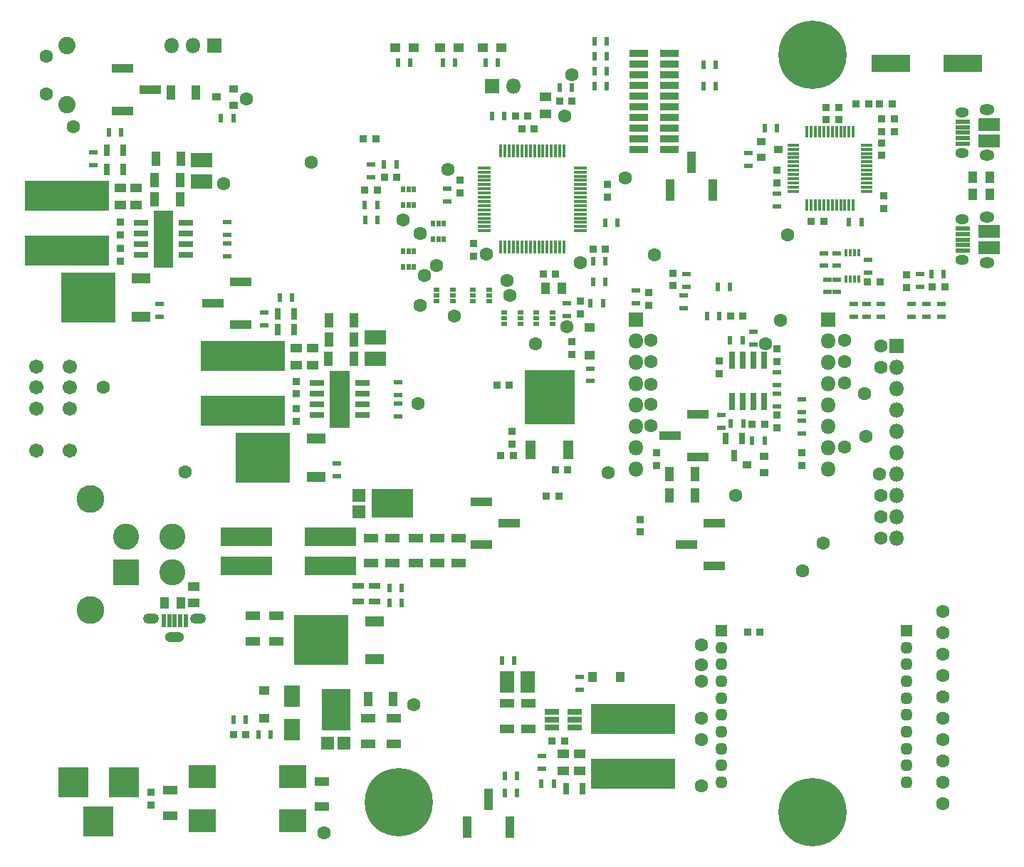
<source format=gbr>
G04 #@! TF.FileFunction,Soldermask,Top*
%FSLAX46Y46*%
G04 Gerber Fmt 4.6, Leading zero omitted, Abs format (unit mm)*
G04 Created by KiCad (PCBNEW 4.0.7) date 12/12/18 15:38:43*
%MOMM*%
%LPD*%
G01*
G04 APERTURE LIST*
%ADD10C,0.100000*%
%ADD11R,0.551600X1.601600*%
%ADD12O,1.901600X1.201600*%
%ADD13O,2.301600X1.201600*%
%ADD14C,1.701600*%
%ADD15C,8.101600*%
%ADD16R,1.001600X0.601600*%
%ADD17R,0.851600X0.901600*%
%ADD18R,1.751600X0.501600*%
%ADD19O,1.601600X1.201600*%
%ADD20O,1.801600X1.301600*%
%ADD21R,2.601600X1.531600*%
%ADD22R,1.701600X1.101600*%
%ADD23R,0.901600X0.851600*%
%ADD24R,1.351600X1.101600*%
%ADD25R,1.101600X1.701600*%
%ADD26R,1.101600X1.351600*%
%ADD27R,1.901600X2.601600*%
%ADD28R,1.301600X1.001600*%
%ADD29R,1.001600X1.301600*%
%ADD30R,4.961600X3.461600*%
%ADD31R,1.501600X1.491600*%
%ADD32R,3.601600X3.601600*%
%ADD33R,3.101600X3.101600*%
%ADD34C,3.101600*%
%ADD35C,3.301600*%
%ADD36R,1.451600X1.451600*%
%ADD37O,1.451600X1.451600*%
%ADD38R,1.801600X1.801600*%
%ADD39O,1.801600X1.801600*%
%ADD40R,2.201600X0.851600*%
%ADD41R,1.801600X2.501600*%
%ADD42R,10.101600X3.601600*%
%ADD43R,2.501600X1.801600*%
%ADD44R,6.101600X2.251600*%
%ADD45R,2.301600X1.301600*%
%ADD46R,6.501600X5.901600*%
%ADD47R,1.001600X1.801600*%
%ADD48R,0.601600X1.001600*%
%ADD49R,0.801600X1.401600*%
%ADD50R,1.401600X0.801600*%
%ADD51R,1.301600X2.301600*%
%ADD52R,5.901600X6.501600*%
%ADD53R,3.461600X4.961600*%
%ADD54R,1.491600X1.501600*%
%ADD55R,0.501600X0.751600*%
%ADD56R,0.751600X0.501600*%
%ADD57R,1.101600X2.611600*%
%ADD58R,2.611600X1.101600*%
%ADD59C,1.601600*%
%ADD60R,3.301600X2.801600*%
%ADD61C,1.599600*%
%ADD62C,2.051600*%
%ADD63R,1.401600X0.351600*%
%ADD64R,0.351600X1.401600*%
%ADD65R,1.574800X0.381000*%
%ADD66R,0.381000X1.574800*%
%ADD67R,4.601600X2.101600*%
%ADD68R,1.661600X0.751600*%
%ADD69R,1.651600X0.701600*%
%ADD70R,1.276600X3.501600*%
%ADD71R,1.001600X0.901600*%
%ADD72R,0.701600X2.101600*%
%ADD73R,0.401600X0.901600*%
%ADD74R,0.740000X1.440000*%
G04 APERTURE END LIST*
D10*
D11*
X19812020Y-72073020D03*
X20462020Y-72073020D03*
X19162020Y-72073020D03*
X21112020Y-72073020D03*
X18512020Y-72073020D03*
D12*
X17012020Y-71823020D03*
X22612020Y-71823020D03*
D13*
X19812020Y-73973020D03*
D14*
X3325000Y-44332600D03*
X3325000Y-41832600D03*
X3325000Y-46832600D03*
X3325000Y-51832600D03*
X7325000Y-41832600D03*
X7325000Y-44332600D03*
X7325000Y-46832600D03*
X7325000Y-51832600D03*
D15*
X95646240Y-4762500D03*
X95646240Y-94853760D03*
D16*
X18034020Y-34429020D03*
X18034020Y-35929020D03*
D17*
X13335020Y-29325020D03*
X13335020Y-27825020D03*
D16*
X26035020Y-24650020D03*
X26035020Y-26150020D03*
X26035020Y-27190020D03*
X26035020Y-28690020D03*
D18*
X113500000Y-28050000D03*
X113500000Y-27400000D03*
X113500000Y-26750000D03*
X113500000Y-26100000D03*
X113500000Y-25450000D03*
D19*
X113380000Y-29170000D03*
X113380000Y-24330000D03*
D20*
X116380000Y-29480000D03*
X116380000Y-24020000D03*
D21*
X116620000Y-27710000D03*
X116620000Y-25790000D03*
D17*
X17018020Y-93968020D03*
X17018020Y-92468020D03*
D22*
X19304020Y-92226020D03*
X19304020Y-95226020D03*
X37338020Y-91186020D03*
X37338020Y-94186020D03*
X42766000Y-83684000D03*
X42766000Y-86684000D03*
X45814000Y-83684000D03*
X45814000Y-86684000D03*
D23*
X42397000Y-20811816D03*
X43897000Y-20811816D03*
X26785132Y-85588642D03*
X28285132Y-85588642D03*
D22*
X59276000Y-81906000D03*
X59276000Y-84906000D03*
X61816000Y-81906000D03*
X61816000Y-84906000D03*
D24*
X67945020Y-89900020D03*
X67945020Y-87900020D03*
X66040020Y-89900020D03*
X66040020Y-87900020D03*
D23*
X71026421Y-27893237D03*
X69526421Y-27893237D03*
X66155020Y-86360020D03*
X64655020Y-86360020D03*
X46216020Y-19304020D03*
X44716020Y-19304020D03*
D17*
X67056020Y-38874020D03*
X67056020Y-40374020D03*
D25*
X20550020Y-17145020D03*
X17550020Y-17145020D03*
X20438006Y-19685020D03*
X17438006Y-19685020D03*
X20438006Y-21971020D03*
X17438006Y-21971020D03*
D24*
X13335020Y-20590020D03*
X13335020Y-22590020D03*
X15240020Y-20590020D03*
X15240020Y-22590020D03*
D25*
X41124020Y-36322020D03*
X38124020Y-36322020D03*
X41091000Y-40894020D03*
X38091000Y-40894020D03*
X41124020Y-38608020D03*
X38124020Y-38608020D03*
D24*
X36195020Y-39640020D03*
X36195020Y-41640020D03*
X34290020Y-39640020D03*
X34290020Y-41640020D03*
D17*
X68072020Y-35548020D03*
X68072020Y-34048020D03*
D23*
X61804000Y-12032000D03*
X60304000Y-12032000D03*
D17*
X53688000Y-21164000D03*
X53688000Y-19664000D03*
X71214000Y-21672000D03*
X71214000Y-20172000D03*
D23*
X63606000Y-30828000D03*
X65106000Y-30828000D03*
D17*
X55372020Y-28690020D03*
X55372020Y-27190020D03*
D23*
X61066000Y-13556000D03*
X62566000Y-13556000D03*
D24*
X63848000Y-11762000D03*
X63848000Y-9762000D03*
D26*
X65864000Y-32512020D03*
X63864000Y-32512020D03*
D17*
X105359618Y-12408082D03*
X105359618Y-13908082D03*
D23*
X97231618Y-11049020D03*
X98731618Y-11049020D03*
D17*
X103835618Y-12408082D03*
X103835618Y-13908082D03*
D23*
X97243618Y-12446020D03*
X98743618Y-12446020D03*
D17*
X104089618Y-21552082D03*
X104089618Y-23052082D03*
X103835618Y-15214082D03*
X103835618Y-16714082D03*
D23*
X105093618Y-10618082D03*
X103593618Y-10618082D03*
X100799618Y-10618082D03*
X102299618Y-10618082D03*
D17*
X91389618Y-18504082D03*
X91389618Y-20004082D03*
D23*
X96965618Y-24588082D03*
X95465618Y-24588082D03*
X87376020Y-35814020D03*
X85876020Y-35814020D03*
D24*
X22098020Y-67977020D03*
X22098020Y-69977020D03*
D26*
X18574020Y-69977020D03*
X20574020Y-69977020D03*
D22*
X31844000Y-74492000D03*
X31844000Y-71492000D03*
X29050000Y-71492000D03*
X29050000Y-74492000D03*
X45687000Y-62221000D03*
X45687000Y-65221000D03*
X43147000Y-62221000D03*
X43147000Y-65221000D03*
X53561000Y-62221000D03*
X53561000Y-65221000D03*
X51021000Y-62221000D03*
X51021000Y-65221000D03*
X48481000Y-62221000D03*
X48481000Y-65221000D03*
D27*
X33782020Y-81026020D03*
X33782020Y-85026020D03*
D28*
X30480020Y-80392020D03*
X30480020Y-83692020D03*
D29*
X69470020Y-78740020D03*
X72770020Y-78740020D03*
D28*
X69173944Y-40455174D03*
X69173944Y-37155174D03*
D30*
X45687000Y-58133000D03*
D31*
X41705000Y-57148000D03*
X41705000Y-59118000D03*
D32*
X13750000Y-91281900D03*
X7750000Y-91281900D03*
X10750000Y-95981900D03*
D33*
X14000000Y-66278800D03*
D34*
X14000000Y-62078800D03*
X19500000Y-66278800D03*
X19500000Y-62078800D03*
D35*
X9800000Y-70778800D03*
X9800000Y-57578800D03*
D36*
X84838000Y-73270000D03*
D37*
X84838000Y-75270000D03*
X84838000Y-77270000D03*
X84838000Y-79270000D03*
X84838000Y-81270000D03*
X84838000Y-83270000D03*
X84838000Y-85270000D03*
X84838000Y-87270000D03*
X84838000Y-89270000D03*
X84838000Y-91270000D03*
D36*
X106838000Y-73270000D03*
D37*
X106838000Y-75270000D03*
X106838000Y-77270000D03*
X106838000Y-79270000D03*
X106838000Y-81270000D03*
X106838000Y-83270000D03*
X106838000Y-85270000D03*
X106838000Y-87270000D03*
X106838000Y-89270000D03*
X106838000Y-91270000D03*
D38*
X74614000Y-36230000D03*
D39*
X74614000Y-38770000D03*
X74614000Y-41310000D03*
X74614000Y-43850000D03*
X74614000Y-46390000D03*
X74614000Y-48930000D03*
X74614000Y-51470000D03*
X74614000Y-54010000D03*
D38*
X97474000Y-36230000D03*
D39*
X97474000Y-38770000D03*
X97474000Y-41310000D03*
X97474000Y-43850000D03*
X97474000Y-46390000D03*
X97474000Y-48930000D03*
X97474000Y-51470000D03*
X97474000Y-54010000D03*
D40*
X75009600Y-15976600D03*
X78609600Y-15976600D03*
X75009600Y-14706600D03*
X78609600Y-14706600D03*
X75009600Y-13436600D03*
X78609600Y-13436600D03*
X75009600Y-12166600D03*
X78609600Y-12166600D03*
X75009600Y-10896600D03*
X78609600Y-10896600D03*
X75009600Y-9626600D03*
X78609600Y-9626600D03*
X75009600Y-8356600D03*
X78609600Y-8356600D03*
X75009600Y-7086600D03*
X78609600Y-7086600D03*
X75009600Y-5816600D03*
X78609600Y-5816600D03*
X75009600Y-4546600D03*
X78609600Y-4546600D03*
D38*
X57498000Y-8476000D03*
D39*
X60038000Y-8476000D03*
D41*
X59296000Y-79342000D03*
X61796000Y-79342000D03*
D42*
X74295020Y-83745020D03*
X74295020Y-90245020D03*
D43*
X23002006Y-17292020D03*
X23002006Y-19792020D03*
X43655000Y-38374020D03*
X43655000Y-40874020D03*
D44*
X38335000Y-62100000D03*
X38335000Y-65530000D03*
X28335000Y-65530000D03*
X28335000Y-62100000D03*
D45*
X36585020Y-54985020D03*
X36585020Y-50425020D03*
D46*
X30285020Y-52705020D03*
D45*
X43537000Y-76669000D03*
X43537000Y-72109000D03*
D46*
X37237000Y-74389000D03*
D47*
X42840000Y-81374000D03*
X45740000Y-81374000D03*
D48*
X42430020Y-24384020D03*
X43930020Y-24384020D03*
X43897000Y-22589816D03*
X42397000Y-22589816D03*
X31242020Y-85598020D03*
X29742020Y-85598020D03*
X28285132Y-83810642D03*
X26785132Y-83810642D03*
D49*
X68260020Y-92075020D03*
X66360020Y-92075020D03*
D48*
X71027447Y-31750020D03*
X69527447Y-31750020D03*
D16*
X67945020Y-80252020D03*
X67945020Y-78752020D03*
D48*
X69526421Y-29337020D03*
X71026421Y-29337020D03*
X64885020Y-91440020D03*
X63385020Y-91440020D03*
X60534000Y-92583020D03*
X59034000Y-92583020D03*
X60534000Y-90518000D03*
X59034000Y-90518000D03*
D16*
X43180020Y-19292020D03*
X43180020Y-17792020D03*
D48*
X44704020Y-17780020D03*
X46204020Y-17780020D03*
D16*
X110975642Y-35889988D03*
X110975642Y-34389988D03*
X69232344Y-43560774D03*
X69232344Y-42060774D03*
D49*
X11750020Y-18368976D03*
X13650020Y-18368976D03*
X11750020Y-16082976D03*
X13650020Y-16082976D03*
D16*
X10160020Y-17895020D03*
X10160020Y-16395020D03*
D48*
X13450020Y-13970020D03*
X11950020Y-13970020D03*
D49*
X32070020Y-35560020D03*
X33970020Y-35560020D03*
X32070020Y-37465020D03*
X33970020Y-37465020D03*
D16*
X46355020Y-46240020D03*
X46355020Y-47740020D03*
X30480020Y-36945020D03*
X30480020Y-35445020D03*
D48*
X33770020Y-33655020D03*
X32270020Y-33655020D03*
D16*
X66421020Y-34302020D03*
X66421020Y-35802020D03*
D48*
X69227020Y-34290020D03*
X70727020Y-34290020D03*
X111240020Y-30861020D03*
X109740020Y-30861020D03*
D16*
X91389618Y-21298082D03*
X91389618Y-22798082D03*
D48*
X101461020Y-24638020D03*
X99961020Y-24638020D03*
X89928020Y-13462020D03*
X91428020Y-13462020D03*
X83070020Y-35814020D03*
X84570020Y-35814020D03*
D16*
X108421758Y-30855364D03*
X108421758Y-32355364D03*
D48*
X85840020Y-32385020D03*
X84340020Y-32385020D03*
D16*
X52164000Y-22180000D03*
X52164000Y-20680000D03*
D48*
X69702000Y-3142000D03*
X71202000Y-3142000D03*
X69702000Y-4920000D03*
X71202000Y-4920000D03*
X69702000Y-6698000D03*
X71202000Y-6698000D03*
X69702000Y-8476000D03*
X71202000Y-8476000D03*
X84156000Y-8476000D03*
X82656000Y-8476000D03*
X84156000Y-5936000D03*
X82656000Y-5936000D03*
X57510000Y-12032000D03*
X59010000Y-12032000D03*
D50*
X43528000Y-69784020D03*
X43528000Y-67884020D03*
D48*
X45318000Y-69944000D03*
X46818000Y-69944000D03*
X45318000Y-68166000D03*
X46818000Y-68166000D03*
D51*
X62077347Y-51746195D03*
X66637347Y-51746195D03*
D52*
X64357347Y-45446195D03*
D53*
X38956000Y-82644000D03*
D54*
X37971000Y-86626000D03*
X39941000Y-86626000D03*
D55*
X46942000Y-22634000D03*
X48242000Y-22634000D03*
X47592000Y-20734000D03*
X47592000Y-22634000D03*
X48242000Y-20734000D03*
X46942000Y-20734000D03*
X50498000Y-26698000D03*
X51798000Y-26698000D03*
X51148000Y-24798000D03*
X51148000Y-26698000D03*
X51798000Y-24798000D03*
X50498000Y-24798000D03*
X46942000Y-30000000D03*
X48242000Y-30000000D03*
X47592000Y-28100000D03*
X47592000Y-30000000D03*
X48242000Y-28100000D03*
X46942000Y-28100000D03*
D56*
X52860000Y-34018000D03*
X52860000Y-32718000D03*
X50960000Y-33368000D03*
X52860000Y-33368000D03*
X50960000Y-32718000D03*
X50960000Y-34018000D03*
X57178000Y-34018000D03*
X57178000Y-32718000D03*
X55278000Y-33368000D03*
X57178000Y-33368000D03*
X55278000Y-32718000D03*
X55278000Y-34018000D03*
X60894020Y-36718020D03*
X60894020Y-35418020D03*
X58994020Y-36068020D03*
X60894020Y-36068020D03*
X58994020Y-35418020D03*
X58994020Y-36718020D03*
X64704020Y-36718020D03*
X64704020Y-35418020D03*
X62804020Y-36068020D03*
X64704020Y-36068020D03*
X62804020Y-35418020D03*
X62804020Y-36718020D03*
D57*
X81280020Y-17522020D03*
X83820020Y-20832020D03*
X78740020Y-20832020D03*
D58*
X80637020Y-62992020D03*
X83947020Y-60452020D03*
X83947020Y-65532020D03*
D59*
X73406020Y-19431020D03*
X59309020Y-31623020D03*
X111092000Y-81120000D03*
X111092000Y-78580000D03*
X111092000Y-76040000D03*
X111092000Y-73500000D03*
X111092000Y-70960000D03*
X82423020Y-91694020D03*
X82423020Y-86233020D03*
X82423020Y-83693020D03*
X82423020Y-79248020D03*
X111092000Y-83660000D03*
X111092000Y-86200000D03*
X111092000Y-88740000D03*
X111092000Y-91280000D03*
X111092000Y-93820000D03*
D60*
X23048020Y-90618020D03*
X23048020Y-95818020D03*
X33848020Y-95818020D03*
X33848020Y-90618020D03*
D23*
X109867020Y-32385020D03*
X111367020Y-32385020D03*
D17*
X106811330Y-32437344D03*
X106811330Y-30937344D03*
D26*
X114697020Y-21336020D03*
X116697020Y-21336020D03*
X114697020Y-19304020D03*
X116697020Y-19304020D03*
D17*
X76200020Y-33032020D03*
X76200020Y-34532020D03*
D28*
X48184000Y-3904000D03*
X45984000Y-3904000D03*
X53518000Y-3904000D03*
X51318000Y-3904000D03*
X58598000Y-3904000D03*
X56398000Y-3904000D03*
D38*
X24478000Y-3650000D03*
D39*
X21938000Y-3650000D03*
X19398000Y-3650000D03*
D38*
X105664000Y-39370000D03*
D39*
X105664000Y-41910000D03*
X105664000Y-44450000D03*
X105664000Y-46990000D03*
X105664000Y-49530000D03*
X105664000Y-52070000D03*
X105664000Y-54610000D03*
X105664000Y-57150000D03*
X105664000Y-59690000D03*
X105664000Y-62230000D03*
D16*
X94361020Y-47232020D03*
X94361020Y-45732020D03*
X94361020Y-48272020D03*
X94361020Y-49772020D03*
X74676020Y-34278020D03*
X74676020Y-32778020D03*
X102115225Y-35910767D03*
X102115225Y-34410767D03*
X107419642Y-35889988D03*
X107419642Y-34389988D03*
X103766225Y-35910767D03*
X103766225Y-34410767D03*
X109197642Y-34389988D03*
X109197642Y-35889988D03*
X100591225Y-34410767D03*
X100591225Y-35910767D03*
D48*
X47834000Y-5682000D03*
X46334000Y-5682000D03*
X53168000Y-5682000D03*
X51668000Y-5682000D03*
X58248000Y-5682000D03*
X56748000Y-5682000D03*
D61*
X4500000Y-4893800D03*
X4500000Y-9393800D03*
D62*
X6990000Y-3638800D03*
X6990000Y-10648800D03*
D48*
X26785020Y-12319020D03*
X25285020Y-12319020D03*
X70972000Y-24732000D03*
X72472000Y-24732000D03*
D16*
X88011020Y-16472082D03*
X88011020Y-17972082D03*
D23*
X65036020Y-54102020D03*
X66536020Y-54102020D03*
D17*
X59944020Y-51042020D03*
X59944020Y-49542020D03*
D23*
X89396020Y-73406020D03*
X87896020Y-73406020D03*
D17*
X77089020Y-53582000D03*
X77089020Y-52082000D03*
X94361020Y-53582020D03*
X94361020Y-52082020D03*
D25*
X19328020Y-9271020D03*
X22328020Y-9271020D03*
D18*
X113500000Y-15300000D03*
X113500000Y-14650000D03*
X113500000Y-14000000D03*
X113500000Y-13350000D03*
X113500000Y-12700000D03*
D19*
X113380000Y-16420000D03*
X113380000Y-11580000D03*
D20*
X116380000Y-16730000D03*
X116380000Y-11270000D03*
D21*
X116620000Y-14960000D03*
X116620000Y-13040000D03*
D50*
X41656020Y-69784020D03*
X41656020Y-67884020D03*
D63*
X102089618Y-20988082D03*
X102089618Y-20488082D03*
X102089618Y-19988082D03*
X102089618Y-19488082D03*
X102089618Y-18988082D03*
X102089618Y-18488082D03*
X102089618Y-17988082D03*
X102089618Y-17488082D03*
X102089618Y-16988082D03*
X102089618Y-16488082D03*
X102089618Y-15988082D03*
X102089618Y-15488082D03*
D64*
X100489618Y-13888082D03*
X99989618Y-13888082D03*
X99489618Y-13888082D03*
X98989618Y-13888082D03*
X98489618Y-13888082D03*
X97989618Y-13888082D03*
X97489618Y-13888082D03*
X96989618Y-13888082D03*
X96489618Y-13888082D03*
X95989618Y-13888082D03*
X95489618Y-13888082D03*
X94989618Y-13888082D03*
D63*
X93389618Y-15488082D03*
X93389618Y-15988082D03*
X93389618Y-16488082D03*
X93389618Y-16988082D03*
X93389618Y-17488082D03*
X93389618Y-17988082D03*
X93389618Y-18488082D03*
X93389618Y-18988082D03*
X93389618Y-19488082D03*
X93389618Y-19988082D03*
X93389618Y-20488082D03*
X93389618Y-20988082D03*
D64*
X94989618Y-22588082D03*
X95489618Y-22588082D03*
X95989618Y-22588082D03*
X96489618Y-22588082D03*
X96989618Y-22588082D03*
X97489618Y-22588082D03*
X97989618Y-22588082D03*
X98489618Y-22588082D03*
X98989618Y-22588082D03*
X99489618Y-22588082D03*
X99989618Y-22588082D03*
X100489618Y-22588082D03*
D23*
X59602520Y-44005520D03*
X58102520Y-44005520D03*
X60071020Y-52451020D03*
X58571020Y-52451020D03*
X65468520Y-57213520D03*
X63968520Y-57213520D03*
D17*
X75120520Y-60019520D03*
X75120520Y-61519520D03*
D23*
X43751520Y-14732020D03*
X42251520Y-14732020D03*
X65556020Y-10223520D03*
X67056020Y-10223520D03*
D48*
X65544020Y-8636020D03*
X67044020Y-8636020D03*
D65*
X56609000Y-18178800D03*
X56609000Y-18686800D03*
X56609000Y-19194800D03*
X56609000Y-19677400D03*
X56609000Y-20185400D03*
X56609000Y-20693400D03*
X56609000Y-21176000D03*
X56609000Y-21684000D03*
X56609000Y-22192000D03*
X56609000Y-22700000D03*
X56609000Y-23182600D03*
X56609000Y-23690600D03*
X56609000Y-24198600D03*
X56609000Y-24681200D03*
X56609000Y-25189200D03*
X56609000Y-25697200D03*
D66*
X58564800Y-27653000D03*
X59072800Y-27653000D03*
X59580800Y-27653000D03*
X60063400Y-27653000D03*
X60571400Y-27653000D03*
X61079400Y-27653000D03*
X61562000Y-27653000D03*
X62070000Y-27653000D03*
X62578000Y-27653000D03*
X63086000Y-27653000D03*
X63568600Y-27653000D03*
X64076600Y-27653000D03*
X64584600Y-27653000D03*
X65067200Y-27653000D03*
X65575200Y-27653000D03*
X66083200Y-27653000D03*
D65*
X68039000Y-25697200D03*
X68039000Y-25189200D03*
X68039000Y-24681200D03*
X68039000Y-24198600D03*
X68039000Y-23690600D03*
X68039000Y-23182600D03*
X68039000Y-22700000D03*
X68039000Y-22192000D03*
X68039000Y-21684000D03*
X68039000Y-21176000D03*
X68039000Y-20693400D03*
X68039000Y-20185400D03*
X68039000Y-19677400D03*
X68039000Y-19194800D03*
X68039000Y-18686800D03*
X68039000Y-18178800D03*
D66*
X66083200Y-16223000D03*
X65575200Y-16223000D03*
X65067200Y-16223000D03*
X64584600Y-16223000D03*
X64076600Y-16223000D03*
X63568600Y-16223000D03*
X63086000Y-16223000D03*
X62578000Y-16223000D03*
X62070000Y-16223000D03*
X61562000Y-16223000D03*
X61079400Y-16223000D03*
X60571400Y-16223000D03*
X60063400Y-16223000D03*
X59580800Y-16223000D03*
X59072800Y-16223000D03*
X58564800Y-16223000D03*
D15*
X46433740Y-93662500D03*
D67*
X113470020Y-5792082D03*
X104970020Y-5792082D03*
D59*
X66167020Y-12065020D03*
D68*
X67390020Y-84770020D03*
X67390020Y-83820020D03*
X67390020Y-82870020D03*
X64690020Y-82870020D03*
X64690020Y-84770020D03*
X64690020Y-83820020D03*
D69*
X36717520Y-43815020D03*
X36717520Y-45085020D03*
X36717520Y-46355020D03*
X36717520Y-47625020D03*
X42117520Y-47625020D03*
X42117520Y-46355020D03*
X42117520Y-45085020D03*
X42117520Y-43815020D03*
D70*
X40005020Y-47420020D03*
X40005020Y-44020020D03*
X38830020Y-47420020D03*
X38830020Y-44020020D03*
D69*
X15762520Y-24765020D03*
X15762520Y-26035020D03*
X15762520Y-27305020D03*
X15762520Y-28575020D03*
X21162520Y-28575020D03*
X21162520Y-27305020D03*
X21162520Y-26035020D03*
X21162520Y-24765020D03*
D70*
X19050020Y-28370020D03*
X19050020Y-24970020D03*
X17875020Y-28370020D03*
X17875020Y-24970020D03*
D17*
X34290020Y-48375020D03*
X34290020Y-46875020D03*
X34290020Y-43585020D03*
X34290020Y-45085020D03*
X13335020Y-24650020D03*
X13335020Y-26150020D03*
D42*
X6985020Y-28015020D03*
X6985020Y-21515020D03*
X27940020Y-47065020D03*
X27940020Y-40565020D03*
D45*
X15825020Y-35935020D03*
X15825020Y-31375020D03*
D46*
X9525020Y-33655020D03*
D16*
X63500020Y-89650020D03*
X63500020Y-88150020D03*
X39116020Y-53352020D03*
X39116020Y-54852020D03*
X46355020Y-43700020D03*
X46355020Y-45200020D03*
D48*
X58686020Y-76835020D03*
X60186020Y-76835020D03*
D23*
X89966827Y-48739421D03*
X88466827Y-48739421D03*
D17*
X91375827Y-49108421D03*
X91375827Y-47608421D03*
D23*
X103640793Y-31787045D03*
X102140793Y-31787045D03*
D17*
X91375827Y-39734421D03*
X91375827Y-41234421D03*
X84582020Y-42660020D03*
X84582020Y-41160020D03*
D25*
X78629271Y-54634489D03*
X81629271Y-54634489D03*
X78629271Y-57174489D03*
X81629271Y-57174489D03*
D17*
X79075120Y-30725062D03*
X79075120Y-32225062D03*
D57*
X57150020Y-93345020D03*
X59690020Y-96655020D03*
X54610020Y-96655020D03*
D58*
X24380020Y-34290020D03*
X27690020Y-31750020D03*
X27690020Y-36830020D03*
X16895020Y-8890020D03*
X13585020Y-11430020D03*
X13585020Y-6350020D03*
X59567020Y-60452020D03*
X56257020Y-62992020D03*
X56257020Y-57912020D03*
X78732020Y-50038020D03*
X82042020Y-47498020D03*
X82042020Y-52578020D03*
D71*
X89551020Y-15052020D03*
X89551020Y-16952020D03*
X91551020Y-16002020D03*
X26781020Y-10729020D03*
X26781020Y-8829020D03*
X24781020Y-9779020D03*
X89851827Y-54449421D03*
X89851827Y-52549421D03*
X87851827Y-53499421D03*
D16*
X84771827Y-49108421D03*
X84771827Y-47608421D03*
D48*
X85926827Y-48612421D03*
X87426827Y-48612421D03*
X88466827Y-50644421D03*
X89966827Y-50644421D03*
D16*
X96960053Y-28339373D03*
X96960053Y-29839373D03*
X98484053Y-29839373D03*
X98484053Y-28339373D03*
X91375827Y-46568421D03*
X91375827Y-45068421D03*
X98552020Y-32970995D03*
X98552020Y-31470995D03*
X97409020Y-31470995D03*
X97409020Y-32970995D03*
X91375827Y-42528421D03*
X91375827Y-44028421D03*
X88581827Y-39202421D03*
X88581827Y-37702421D03*
X102255793Y-30632045D03*
X102255793Y-29132045D03*
D48*
X85799827Y-38706421D03*
X87299827Y-38706421D03*
D16*
X80345120Y-34880062D03*
X80345120Y-33380062D03*
X80645020Y-32340062D03*
X80645020Y-30840062D03*
D72*
X86041827Y-46019421D03*
X87311827Y-46019421D03*
X89851827Y-46019421D03*
X89851827Y-41119421D03*
X88581827Y-41119421D03*
X87311827Y-41119421D03*
X86041827Y-41119421D03*
X88581827Y-46019421D03*
D73*
X101100793Y-28332045D03*
X100600793Y-28332045D03*
X100100793Y-28332045D03*
X99600793Y-28332045D03*
X99600793Y-31432045D03*
X100100793Y-31432045D03*
X100600793Y-31432045D03*
X101100793Y-31432045D03*
D74*
X86295827Y-52456421D03*
X85345827Y-50356421D03*
X87245827Y-50356421D03*
D59*
X48260020Y-82042020D03*
X37592020Y-97282020D03*
X46990020Y-24384020D03*
X62738020Y-39116020D03*
X68072020Y-29464020D03*
X56896020Y-28448020D03*
X25654020Y-20066020D03*
X48768020Y-46228020D03*
X49530020Y-30988020D03*
X50927020Y-29845020D03*
X36068020Y-17526020D03*
X49022020Y-34544020D03*
X21082020Y-54356020D03*
X53086020Y-35814020D03*
X66421020Y-37084020D03*
X67056020Y-7112020D03*
X28321020Y-10033020D03*
X94488020Y-66167020D03*
X96901020Y-62865020D03*
X76454020Y-38735020D03*
X76454020Y-41275020D03*
X76454020Y-43942020D03*
X76454020Y-46355020D03*
X76454020Y-48895020D03*
X99441020Y-38735020D03*
X99441020Y-41275020D03*
X99441020Y-43815020D03*
X101854020Y-45085020D03*
X101981020Y-50165020D03*
X99441020Y-51435020D03*
X103759020Y-39370020D03*
X103759020Y-41910020D03*
X103632020Y-54610020D03*
X103759020Y-57150020D03*
X103759020Y-59690020D03*
X103759020Y-62230020D03*
X82423020Y-77343020D03*
X52324020Y-18415020D03*
X92710020Y-26162020D03*
X7747020Y-13335020D03*
X49022020Y-26035020D03*
X59690020Y-33401020D03*
X71374020Y-54483020D03*
X86487020Y-57150020D03*
X76835020Y-28575020D03*
X90043020Y-39116020D03*
X91821020Y-36322020D03*
X82423020Y-74930020D03*
X11303020Y-44323020D03*
M02*

</source>
